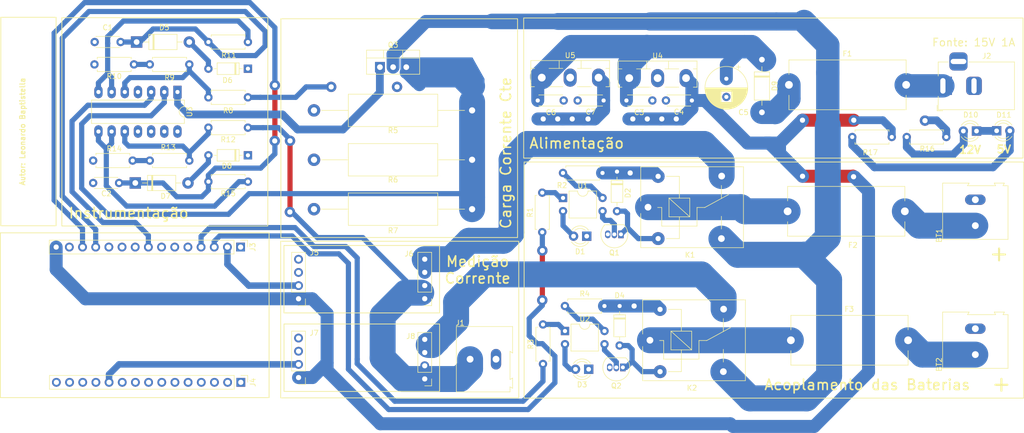
<source format=kicad_pcb>
(kicad_pcb (version 20211014) (generator pcbnew)
  (layers (0 "F.Cu" signal) (31 "B.Cu" signal) (34 "B.Paste" user) (35 "F.Paste" user) (36 "B.SilkS" user "B.Silkscreen") (37 "F.SilkS" user "F.Silkscreen") (38 "B.Mask" user) (39 "F.Mask" user) (44 "Edge.Cuts" user))
  (net 0 "")
  (net 1 "GND")
  (net 2 "Net-(D1-Pad2)")
  (net 3 "+12V")
  (net 4 "Net-(D2-Pad2)")
  (net 5 "+bat1")
  (net 6 "LOAD")
  (net 7 "Net-(Q1-Pad2)")
  (net 8 "Net-(R1-Pad2)")
  (net 9 "Net-(R2-Pad1)")
  (net 10 "Net-(D3-Pad2)")
  (net 11 "Net-(D4-Pad2)")
  (net 12 "+bat2")
  (net 13 "Net-(Q3-Pad1)")
  (net 14 "Net-(Q2-Pad2)")
  (net 15 "Net-(R3-Pad2)")
  (net 16 "Net-(R4-Pad1)")
  (net 17 "Net-(D10-Pad2)")
  (net 18 "Net-(D11-Pad2)")
  (net 19 "Net-(D5-Pad2)")
  (net 20 "Net-(D7-Pad2)")
  (net 21 "V_IN1")
  (net 22 "Net-(F1-Pad2)")
  (net 23 "Net-(R10-Pad1)")
  (net 24 "+UPS")
  (net 25 "Net-(R8-Pad2)")
  (net 26 "Net-(R11-Pad1)")
  (net 27 "Net-(R13-Pad2)")
  (net 28 "Net-(R12-Pad2)")
  (net 29 "Net-(BT1-Pad1)")
  (net 30 "Net-(BT2-Pad1)")
  (net 31 "Net-(C3-Pad1)")
  (net 32 "+5V")
  (net 33 "Net-(D9-Pad2)")
  (net 34 "Net-(R15-Pad1)")
  (net 35 "AMP1")
  (net 36 "AMP2")
  (net 37 "EN")
  (net 38 "VP")
  (net 39 "VN")
  (net 40 "D34")
  (net 41 "D35")
  (net 42 "D32")
  (net 43 "D33")
  (net 44 "D25")
  (net 45 "D26")
  (net 46 "D27")
  (net 47 "D14")
  (net 48 "D12")
  (net 49 "D13")
  (net 50 "D23")
  (net 51 "D22")
  (net 52 "TX0")
  (net 53 "RX0")
  (net 54 "D21")
  (net 55 "D19")
  (net 56 "D18")
  (net 57 "D5")
  (net 58 "TX2")
  (net 59 "RX2")
  (net 60 "D4")
  (net 61 "D2")
  (net 62 "D15")
  (net 63 "+3V3")
  (footprint "Resistor_THT:R_Axial_DIN0207_L6.3mm_D2.5mm_P7.62mm_Horizontal" (layer "F.Cu") (at 91.01 92.186 180)
    (fp_text reference "R13")
    (fp_text value "6.2k" hide)
  )
  (footprint "Resistor_THT:R_Axial_DIN0617_L17.0mm_D6.0mm_P30.48mm_Horizontal" (layer "F.Cu") (at 145.532 101.557 180)
    (fp_text reference "R7")
    (fp_text value "1.5R" hide)
  )
  (footprint "Fuse:Fuseholder_Cylinder-5x20mm_Stelvio-Kontek_PTF78_Horizontal_Open" (layer "F.Cu") (at 206.368 101.967)
    (fp_text reference "F2")
    (fp_text value "Fuse" hide)
  )
  (footprint "Connector_PinHeader_2.54mm:PinHeader_1x04_P2.54mm_Vertical" (layer "F.Cu") (at 112.07 134.022 180)
    (fp_text reference "J7")
    (fp_text value "Conn_01x04" hide)
  )
  (footprint "Package_DIP:DIP-4_W7.62mm" (layer "F.Cu") (at 163.068 99.393)
    (fp_text reference "U1")
    (fp_text value "PC817" hide)
  )
  (footprint "Resistor_THT:R_Axial_DIN0207_L6.3mm_D2.5mm_P7.62mm_Horizontal" (layer "F.Cu") (at 102.313 96.25 180)
    (fp_text reference "R15")
    (fp_text value "1k" hide)
  )
  (footprint "Connector_PinHeader_2.54mm:PinHeader_1x04_P2.54mm_Vertical" (layer "F.Cu") (at 112.07 118.832 180)
    (fp_text reference "J5")
    (fp_text value "Conn_01x04" hide)
  )
  (footprint "Diode_THT:D_DO-41_SOD81_P10.16mm_Horizontal" (layer "F.Cu") (at 80.85 69.326)
    (fp_text reference "D5")
    (fp_text value "1N4728A" hide)
  )
  (footprint "Connector_BarrelJack:BarrelJack_Horizontal" (layer "F.Cu") (at 236.306 77.7785 180)
    (fp_text reference "J2")
    (fp_text value "Jack-DC" hide)
  )
  (footprint "Resistor_THT:R_Axial_DIN0207_L6.3mm_D2.5mm_P7.62mm_Horizontal" (layer "F.Cu") (at 102.313 79.994 180)
    (fp_text reference "R8")
    (fp_text value "33k" hide)
  )
  (footprint "Diode_THT:D_DO-35_SOD27_P7.62mm_Horizontal" (layer "F.Cu") (at 102.313 91.17 180)
    (fp_text reference "D8")
    (fp_text value "1N4148" hide)
  )
  (footprint "LED_THT:LED_D3.0mm" (layer "F.Cu") (at 167.635 106.764 180)
    (fp_text reference "D1")
    (fp_text value "LED" hide)
  )
  (footprint "Package_TO_SOT_THT:TO-92_Inline" (layer "F.Cu") (at 174.609 132.058 180)
    (fp_text reference "Q2")
    (fp_text value "BC337" hide)
  )
  (footprint "LED_THT:LED_D3.0mm" (layer "F.Cu") (at 246.67 86.442)
    (fp_text reference "D11")
    (fp_text value "LED" hide)
  )
  (footprint "Resistor_THT:R_Axial_DIN0617_L17.0mm_D6.0mm_P30.48mm_Horizontal" (layer "F.Cu") (at 145.532 82.507 180)
    (fp_text reference "R5")
    (fp_text value "1.5R" hide)
  )
  (footprint "Diode_THT:D_DO-41_SOD81_P10.16mm_Horizontal" (layer "F.Cu") (at 80.596 96.504)
    (fp_text reference "D7")
    (fp_text value "1N4728A" hide)
  )
  (footprint "Connector_PinHeader_2.54mm:PinHeader_1x04_P2.54mm_Vertical" (layer "F.Cu") (at 136.4 134.282 180)
    (fp_text reference "J8")
    (fp_text value "Conn_01x04" hide)
  )
  (footprint "Resistor_THT:R_Axial_DIN0207_L6.3mm_D2.5mm_P7.62mm_Horizontal" (layer "F.Cu") (at 159.2 131.402 90)
    (fp_text reference "R3")
    (fp_text value "1K" hide)
  )
  (footprint "Package_DIP:DIP-14_W7.62mm_LongPads" (layer "F.Cu") (at 88.729 78.963 -90)
    (fp_text reference "U3")
    (fp_text value "LM324" hide)
  )
  (footprint "Resistor_THT:R_Axial_DIN0207_L6.3mm_D2.5mm_P7.62mm_Horizontal" (layer "F.Cu") (at 102.313 85.836 180)
    (fp_text reference "R12")
    (fp_text value "33k" hide)
  )
  (footprint "Diode_THT:D_DO-35_SOD27_P7.62mm_Horizontal" (layer "F.Cu") (at 102.313 74.4695 180)
    (fp_text reference "D6")
    (fp_text value "1N4148" hide)
  )
  (footprint "Resistor_THT:R_Axial_DIN0207_L6.3mm_D2.5mm_P7.62mm_Horizontal" (layer "F.Cu") (at 163.058 94.572)
    (fp_text reference "R2")
    (fp_text value "1K" hide)
  )
  (footprint "Resistor_THT:R_Axial_DIN0207_L6.3mm_D2.5mm_P7.62mm_Horizontal" (layer "F.Cu") (at 218.83 87.642)
    (fp_text reference "R17")
    (fp_text value "330" hide)
  )
  (footprint "Resistor_THT:R_Axial_DIN0207_L6.3mm_D2.5mm_P7.62mm_Horizontal" (layer "F.Cu") (at 229.34 87.642)
    (fp_text reference "R16")
    (fp_text value "700" hide)
  )
  (footprint "Package_TO_SOT_THT:TO-92_Inline" (layer "F.Cu") (at 174.234 106.404 180)
    (fp_text reference "Q1")
    (fp_text value "BC337" hide)
  )
  (footprint "TerminalBlock:TerminalBlock_Altech_AK300-2_P5.00mm" (layer "F.Cu") (at 242.56 104.732 90)
    (fp_text reference "BT1")
    (fp_text value "Battery_Cell")
  )
  (footprint "Package_TO_SOT_THT:TO-220-3_Vertical" (layer "F.Cu") (at 127.762 74.168)
    (fp_text reference "Q3")
    (fp_text value "IRF540N" hide)
  )
  (footprint "Resistor_THT:R_Axial_DIN0207_L6.3mm_D2.5mm_P7.62mm_Horizontal" (layer "F.Cu") (at 163.433 120.226)
    (fp_text reference "R4")
    (fp_text value "1K" hide)
  )
  (footprint "Fuse:Fuseholder_Cylinder-5x20mm_Stelvio-Kontek_PTF78_Horizontal_Open" (layer "F.Cu") (at 206.622 77.583)
    (fp_text reference "F1")
    (fp_text value "Fuse" hide)
  )
  (footprint "Diode_THT:D_DO-35_SOD27_P7.62mm_Horizontal" (layer "F.Cu") (at 173.472 94.318 -90)
    (fp_text reference "D2")
    (fp_text value "1N4148" hide)
  )
  (footprint "Package_DIP:DIP-4_W7.62mm" (layer "F.Cu") (at 163.443 125.047)
    (fp_text reference "U2")
    (fp_text value "PC817" hide)
  )
  (footprint "Fuse:Fuseholder_Cylinder-5x20mm_Stelvio-Kontek_PTF78_Horizontal_Open" (layer "F.Cu") (at 206.997 126.83)
    (fp_text reference "F3")
    (fp_text value "Fuse" hide)
  )
  (footprint "Connector_PinHeader_2.54mm:PinHeader_1x15_P2.54mm_Vertical" (layer "F.Cu") (at 100.94 134.942 -90)
    (fp_text reference "J4")
    (fp_text value "Conn_01x15" hide)
  )
  (footprint "Capacitor_THT:C_Disc_D4.3mm_W1.9mm_P5.00mm" (layer "F.Cu") (at 77.468 96.504 180)
    (fp_text reference "C2")
    (fp_text value "10n" hide)
  )
  (footprint "Package_TO_SOT_THT:TO-218-3_Vertical" (layer "F.Cu") (at 158.966 76.193)
    (fp_text reference "U5")
    (fp_text value "L7812" hide)
  )
  (footprint "Resistor_THT:R_Axial_DIN0617_L17.0mm_D6.0mm_P30.48mm_Horizontal" (layer "F.Cu") (at 145.532 92.032 180)
    (fp_text reference "R6")
    (fp_text value "1.5R" hide)
  )
  (footprint "Relay_THT:Relay_SPDT_SANYOU_SRD_Series_Form_C" (layer "F.Cu") (at 179.45 101.176)
    (fp_text reference "K1")
    (fp_text value "AY1RC2" hide)
  )
  (footprint "Connector_PinHeader_2.54mm:PinHeader_1x04_P2.54mm_Vertical" (layer "F.Cu") (at 136.4 118.822 180)
    (fp_text reference "J6")
    (fp_text value "Conn_01x04" hide)
  )
  (footprint "Resistor_THT:R_Axial_DIN0207_L6.3mm_D2.5mm_P7.62mm_Horizontal" (layer "F.Cu") (at 80.342 73.644 180)
    (fp_text reference "R10")
    (fp_text value "330" hide)
  )
  (footprint "Relay_THT:Relay_SPDT_SANYOU_SRD_Series_Form_C" (layer "F.Cu") (at 179.825 126.83)
    (fp_text reference "K2")
    (fp_text value "AY1RC2" hide)
  )
  (footprint "Diode_THT:D_DO-35_SOD27_P7.62mm_Horizontal" (layer "F.Cu") (at 173.98 120.226 -90)
    (fp_text reference "D4")
    (fp_text value "1N4148" hide)
  )
  (footprint "TerminalBlock:TerminalBlock_Altech_AK300-2_P5.00mm" (layer "F.Cu") (at 145.145 130.482)
    (fp_text reference "J1")
    (fp_text value "Screw_Terminal_01x02" hide)
  )
  (footprint "Resistor_THT:R_Axial_DIN0207_L6.3mm_D2.5mm_P7.62mm_Horizontal" (layer "F.Cu") (at 91.01 73.644 180)
    (fp_text reference "R9")
    (fp_text value "6.2k" hide)
  )
  (footprint "Capacitor_THT:C_Disc_D4.3mm_W1.9mm_P5.00mm" (layer "F.Cu") (at 158.192 80.602)
    (fp_text reference "C6")
    (fp_text value "22uf" hide)
  )
  (footprint "Package_TO_SOT_THT:TO-218-3_Vertical" (layer "F.Cu") (at 175.831 76.284)
    (fp_text reference "U4")
    (fp_text value "L7805" hide)
  )
  (footprint "LED_THT:LED_D3.0mm" (layer "F.Cu") (at 168.01 132.418 180)
    (fp_text reference "D3")
    (fp_text value "LED" hide)
  )
  (footprint "LED_THT:LED_D3.0mm" (layer "F.Cu") (at 242.79 86.492 180)
    (fp_text reference "D10")
    (fp_text value "LED" hide)
  )
  (footprint "Capacitor_THT:C_Disc_D4.3mm_W1.9mm_P5.00mm" (layer "F.Cu") (at 187.91 80.602 180)
    (fp_text reference "C4")
    (fp_text value "0.1uf" hide)
  )
  (footprint "Capacitor_THT:CP_Radial_D8.0mm_P3.50mm" (layer "F.Cu") (at 194.554 76.409349 -90)
    (fp_text reference "C5")
    (fp_text value "220uf" hide)
  )
  (footprint "Capacitor_THT:C_Disc_D4.3mm_W1.9mm_P5.00mm" (layer "F.Cu") (at 175.29 80.602)
    (fp_text reference "C3")
    (fp_text value "22uf" hide)
  )
  (footprint "Resistor_THT:R_Axial_DIN0207_L6.3mm_D2.5mm_P7.62mm_Horizontal" (layer "F.Cu") (at 102.313 69.326 180)
    (fp_text reference "R11")
    (fp_text value "1k" hide)
  )
  (footprint "TerminalBlock:TerminalBlock_Altech_AK300-2_P5.00mm" (layer "F.Cu") (at 242.56 129.595 90)
    (fp_text reference "BT2")
    (fp_text value "Battery_Cell")
  )
  (footprint "Capacitor_THT:C_Disc_D4.3mm_W1.9mm_P5.00mm" (layer "F.Cu") (at 77.762 69.326 180)
    (fp_text reference "C1")
    (fp_text value "10n" hide)
  )
  (footprint "Diode_THT:D_DO-41_SOD81_P10.16mm_Horizontal" (layer "F.Cu") (at 201.412 72.728 -90)
    (fp_text reference "D9")
    (fp_text value "1N4007" hide)
  )
  (footprint "Resistor_THT:R_Axial_DIN0207_L6.3mm_D2.5mm_P7.62mm_Horizontal" (layer "F.Cu") (at 159.06 105.992 90)
    (fp_text reference "R1")
    (fp_text value "1K" hide)
  )
  (footprint "Resistor_THT:R_Axial_DIN0207_L6.3mm_D2.5mm_P7.62mm_Horizontal" (layer "F.Cu") (at 80.088 92.186 180)
    (fp_text reference "R14")
    (fp_text value "330" hide)
  )
  (footprint "Connector_PinHeader_2.54mm:PinHeader_1x15_P2.54mm_Vertical" (layer "F.Cu") (at 100.9 108.862 -90)
    (fp_text reference "J3")
    (fp_text value "Conn_01x15" hide)
  )
  (footprint "Capacitor_THT:C_Disc_D4.3mm_W1.9mm_P5.00mm" (layer "F.Cu") (at 170.892 80.602 180)
    (fp_text reference "C7")
    (fp_text value "0.1uf" hide)
  )
  (gr_poly (pts (xy 147.828 76.454) (xy 147.828 77.978) (xy 134.112 77.978) (xy 131.826 75.692) (xy 131.826 72.39) (xy 145.542 72.39)) (layer "B.Cu") (width 0.2) (fill solid))
  (gr_rect (start 139.27 136.692) (end 109.27 123.692) (layer "F.SilkS") (width 0.15) (fill none))
  (gr_rect (start 54.67 104.75) (end 65.33 64.56) (layer "F.SilkS") (width 0.15) (fill none))
  (gr_rect (start 139.26 121.552) (end 109.26 108.552) (layer "F.SilkS") (width 0.15) (fill none))
  (gr_rect (start 108.662 64.842) (end 154.302 107.022) (layer "F.SilkS") (width 0.15) (fill none))
  (gr_rect (start 155.48 64.692) (end 251.75 91.712) (layer "F.SilkS") (width 0.15) (fill none))
  (gr_rect (start 106.143 64.634) (end 66.433 104.794) (layer "F.SilkS") (width 0.15) (fill none))
  (gr_rect (start 155.57 92.462) (end 251.89 137.992) (layer "F.SilkS") (width 0.15) (fill none))
  (gr_rect (start 106.395 106.112) (end 54.585 137.892) (layer "F.SilkS") (width 0.15) (fill none))
  (gr_rect (start 108.63 107.742) (end 154.53 137.932) (layer "F.SilkS") (width 0.15) (fill none))
  (gr_text "+" (at 247.59 135.192) (layer "F.SilkS") (effects (font (size 3 3) (thickness 0.4))))
  (gr_text "12V" (at 241.55 90.102) (layer "F.SilkS") (effects (font (size 1.5 1.5) (thickness 0.3))))
  (gr_text "Instrumentação\n" (at 79.32 102.312) (layer "F.SilkS") (effects (font (size 2 2) (thickness 0.3))))
  (gr_text "Alimentação" (at 165.7 88.852) (layer "F.SilkS") (effects (font (size 2 2) (thickness 0.3))))
  (gr_text "5V" (at 248.06 90.012) (layer "F.SilkS") (effects (font (size 1.5 1.5) (thickness 0.3))))
  (gr_text "Carga Corrente Cte\n" (at 152.04 90.712 90) (layer "F.SilkS") (effects (font (size 2 2) (thickness 0.3))))
  (gr_text "Acoplamento das Baterias\n\n" (at 221.72 137.022) (layer "F.SilkS") (effects (font (size 2 2) (thickness 0.3))))
  (gr_text "Fonte: 15V 1A" (at 242.25 69.402) (layer "F.SilkS") (effects (font (size 1.5 1.5))))
  (gr_text "Medição\nCorrente\n" (at 146.59 113.272) (layer "F.SilkS") (effects (font (size 2 2) (thickness 0.3))))
  (gr_text "+" (at 247.14 110.062) (layer "F.SilkS") (effects (font (size 3 3) (thickness 0.4))))
  (gr_text "Autor: Leonardo Baptistella" (at 58.85 86.6 90) (layer "F.SilkS") (effects (font (size 1 1) (thickness 0.2))))
  (via (at 131.064 77.978) (size 2) (drill 1) (layers "F.Cu" "B.Cu") (net 0))
  (segment (start 242.82 86.462) (end 242.79 86.492) (width 1.5) (layer "B.Cu") (net 1))
  (segment (start 246.67 86.442) (end 246.65 86.462) (width 1.5) (layer "B.Cu") (net 1))
  (segment (start 246.65 86.462) (end 242.82 86.462) (width 1.5) (layer "B.Cu") (net 1))
  (segment (start 163.068 101.933) (end 163.068 104.737) (width 1) (layer "B.Cu") (net 2))
  (segment (start 163.068 104.737) (end 165.095 106.764) (width 1) (layer "B.Cu") (net 2))
  (via (at 167.884 84.158) (size 2) (drill 1) (layers "F.Cu" "B.Cu") (net 3))
  (via (at 176.774 120.226) (size 2) (drill 1) (layers "F.Cu" "B.Cu") (net 3))
  (via (at 159.248 84.158) (size 2) (drill 1) (layers "F.Cu" "B.Cu") (net 3))
  (via (at 176.012 94.572) (size 2) (drill 1) (layers "F.Cu" "B.Cu") (net 3))
  (via (at 232.85 84.482) (size 2) (drill 1) (layers "F.Cu" "B.Cu") (net 3))
  (via (at 164.836 84.158) (size 2) (drill 1) (layers "F.Cu" "B.Cu") (net 3))
  (via (at 162.042 84.158) (size 2) (drill 1) (layers "F.Cu" "B.Cu") (net 3))
  (segment (start 171.053 120.226) (end 181.121 120.226) (width 2.5) (layer "B.Cu") (net 3))
  (segment (start 235.09 84.422) (end 236.96 86.292) (width 1.5) (layer "B.Cu") (net 3))
  (segment (start 170.892 82.42) (end 169.154 84.158) (width 2.5) (layer "B.Cu") (net 3))
  (segment (start 232.85 84.482) (end 232.91 84.422) (width 1.5) (layer "B.Cu") (net 3))
  (segment (start 163.058 84.158) (end 159.502 84.158) (width 2.5) (layer "B.Cu") (net 3))
  (segment (start 180.746 94.572) (end 181.4 95.226) (width 2.5) (layer "B.Cu") (net 3))
  (segment (start 176.774 94.572) (end 180.746 94.572) (width 1) (layer "B.Cu") (net 3))
  (segment (start 177.79 120.226) (end 181.121 120.226) (width 1) (layer "B.Cu") (net 3))
  (segment (start 170.678 94.572) (end 174.488 94.572) (width 1.25) (layer "B.Cu") (net 3))
  (segment (start 170.892 80.602) (end 170.892 77.169) (width 2.5) (layer "B.Cu") (net 3))
  (segment (start 169.154 84.158) (end 167.122 84.158) (width 2.5) (layer "B.Cu") (net 3))
  (segment (start 170.892 77.169) (end 169.916 76.193) (width 2.5) (layer "B.Cu") (net 3))
  (segment (start 232.91 84.422) (end 235.09 84.422) (width 1.5) (layer "B.Cu") (net 3))
  (segment (start 236.96 86.292) (end 236.96 87.642) (width 1.5) (layer "B.Cu") (net 3))
  (segment (start 170.892 80.602) (end 170.892 82.42) (width 2.5) (layer "B.Cu") (net 3))
  (segment (start 159.502 84.158) (end 158.232 84.158) (width 2.5) (layer "B.Cu") (net 3))
  (segment (start 170.678 94.572) (end 180.746 94.572) (width 2.5) (layer "B.Cu") (net 3))
  (segment (start 171.053 120.226) (end 175.625 120.226) (width 1) (layer "B.Cu") (net 3))
  (segment (start 181.121 120.226) (end 181.775 120.88) (width 2.5) (layer "B.Cu") (net 3))
  (segment (start 175.625 120.226) (end 177.79 120.226) (width 1) (layer "B.Cu") (net 3))
  (segment (start 174.488 94.572) (end 176.774 94.572) (width 1) (layer "B.Cu") (net 3))
  (segment (start 167.122 84.158) (end 163.058 84.158) (width 2.5) (layer "B.Cu") (net 3))
  (segment (start 175.504 105.134) (end 174.234 106.404) (width 1) (layer "B.Cu") (net 4))
  (segment (start 173.472 101.938) (end 174.996 101.938) (width 1) (layer "B.Cu") (net 4))
  (segment (start 177.596 107.226) (end 181.4 107.226) (width 1) (layer "B.Cu") (net 4))
  (segment (start 175.504 105.134) (end 177.596 107.226) (width 1) (layer "B.Cu") (net 4))
  (segment (start 174.996 101.938) (end 175.504 102.446) (width 1) (layer "B.Cu") (net 4))
  (segment (start 175.504 102.446) (end 175.504 105.134) (width 1) (layer "B.Cu") (net 4))
  (segment (start 179.45 101.176) (end 197.348 101.176) (width 5) (layer "B.Cu") (net 5))
  (segment (start 197.348 101.176) (end 198.139 101.967) (width 5) (layer "B.Cu") (net 5))
  (segment (start 206.368 101.967) (end 198.139 101.967) (width 5) (layer "B.Cu") (net 5))
  (segment (start 183.632 65.362) (end 204.206 65.362) (width 3) (layer "B.Cu") (net 6))
  (segment (start 214.112 75.268) (end 214.112 69.934) (width 4.5) (layer "B.Cu") (net 6))
  (segment (start 209.54 110.349) (end 210.781 110.349) (width 5) (layer "B.Cu") (net 6))
  (segment (start 211.572 67.394) (end 209.54 65.362) (width 4.5) (layer "B.Cu") (net 6))
  (segment (start 204.206 65.362) (end 209.54 65.362) (width 3.5) (layer "B.Cu") (net 6))
  (segment (start 130.302 74.168) (end 130.302 71.732) (width 2.5) (layer "B.Cu") (net 6))
  (segment (start 162.042 65.362) (end 179.822 65.362) (width 3.25) (layer "B.Cu") (net 6))
  (segment (start 210.781 110.349) (end 214.112 107.018) (width 5) (layer "B.Cu") (net 6))
  (segment (start 179.822 65.362) (end 204.206 65.362) (width 3.5) (layer "B.Cu") (net 6))
  (segment (start 214.366 115.175) (end 209.54 110.349) (width 5) (layer "B.Cu") (net 6))
  (segment (start 136.642 65.362) (end 149.342 65.362) (width 2.5) (layer "B.Cu") (net 6))
  (segment (start 193.975 132.88) (end 199.13 138.035) (width 5) (layer "B.Cu") (net 6))
  (segment (start 214.112 75.268) (end 214.112 85.428) (width 4.5) (layer "B.Cu") (net 6))
  (segment (start 179.822 65.362) (end 183.632 65.362) (width 3.25) (layer "B.Cu") (net 6))
  (segment (start 210.019 138.035) (end 214.366 133.688) (width 5) (layer "B.Cu") (net 6))
  (segment (start 130.287 71.717) (end 136.642 65.362) (width 2.5) (layer "B.Cu") (net 6))
  (segment (start 196.723 110.349) (end 193.6 107.226) (width 5) (layer "B.Cu") (net 6))
  (segment (start 214.112 107.018) (end 214.112 85.428) (width 5) (layer "B.Cu") (net 6))
  (segment (start 130.287 71.717) (end 132.578 69.426) (width 2) (layer "B.Cu") (net 6))
  (segment (start 199.13 138.035) (end 210.019 138.035) (width 5) (layer "B.Cu") (net 6))
  (segment (start 214.112 69.934) (end 211.572 67.394) (width 4.5) (layer "B.Cu") (net 6))
  (segment (start 214.366 133.688) (end 214.366 115.175) (width 5) (layer "B.Cu") (net 6))
  (segment (start 149.342 65.362) (end 162.042 65.362) (width 3) (layer "B.Cu") (net 6))
  (segment (start 130.302 71.732) (end 130.287 71.717) (width 2.5) (layer "B.Cu") (net 6))
  (segment (start 209.54 110.349) (end 196.723 110.349) (width 5) (layer "B.Cu") (net 6))
  (segment (start 172.964 104.478) (end 172.202 103.716) (width 1) (layer "B.Cu") (net 7))
  (segment (start 172.964 106.404) (end 172.964 104.478) (width 1) (layer "B.Cu") (net 7))
  (segment (start 172.202 103.716) (end 171.186 103.716) (width 1) (layer "B.Cu") (net 7))
  (segment (start 171.186 103.716) (end 170.688 103.218) (width 1) (layer "B.Cu") (net 7))
  (segment (start 170.688 103.218) (end 170.688 101.933) (width 1) (layer "B.Cu") (net 7))
  (segment (start 161.53 98.372) (end 159.06 98.372) (width 1) (layer "B.Cu") (net 8))
  (segment (start 163.068 99.393) (end 162.551 99.393) (width 1) (layer "B.Cu") (net 8))
  (segment (start 162.551 99.393) (end 161.53 98.372) (width 1) (layer "B.Cu") (net 8))
  (segment (start 163.058 94.572) (end 165.598 97.112) (width 1) (layer "B.Cu") (net 9))
  (segment (start 168.407 97.112) (end 170.688 99.393) (width 1) (layer "B.Cu") (net 9))
  (segment (start 165.598 97.112) (end 168.407 97.112) (width 1) (layer "B.Cu") (net 9))
  (segment (start 163.443 127.587) (end 163.443 131.412) (width 1) (layer "B.Cu") (net 10))
  (segment (start 164.449 132.418) (end 165.47 132.418) (width 1) (layer "B.Cu") (net 10))
  (segment (start 163.443 131.412) (end 164.449 132.418) (width 1) (layer "B.Cu") (net 10))
  (segment (start 176.387 130.894) (end 175.223 132.058) (width 1) (layer "B.Cu") (net 11))
  (segment (start 175.625 127.846) (end 176.387 128.608) (width 1) (layer "B.Cu") (net 11))
  (segment (start 175.223 132.058) (end 174.609 132.058) (width 1) (layer "B.Cu") (net 11))
  (segment (start 176.387 130.894) (end 178.373 132.88) (width 1) (layer "B.Cu") (net 11))
  (segment (start 176.387 128.608) (end 176.387 130.894) (width 1) (layer "B.Cu") (net 11))
  (segment (start 178.373 132.88) (end 181.775 132.88) (width 1) (layer "B.Cu") (net 11))
  (segment (start 173.98 127.846) (end 175.625 127.846) (width 1) (layer "B.Cu") (net 11))
  (segment (start 206.997 126.83) (end 179.825 126.83) (width 5) (layer "B.Cu") (net 12))
  (segment (start 120.64 86.19) (end 111.874 86.19) (width 1.5) (layer "B.Cu") (net 13))
  (segment (start 111.874 86.19) (end 108.98 83.296) (width 1.5) (layer "B.Cu") (net 13))
  (segment (start 127.747 79.083) (end 120.64 86.19) (width 1.5) (layer "B.Cu") (net 13))
  (segment (start 90.756 83.296) (end 108.98 83.296) (width 1.5) (layer "B.Cu") (net 13))
  (segment (start 88.729 78.963) (end 88.729 81.269) (width 1.25) (layer "B.Cu") (net 13))
  (segment (start 127.747 75.197) (end 127.747 79.083) (width 1.5) (layer "B.Cu") (net 13))
  (segment (start 88.729 81.269) (end 90.756 83.296) (width 1.25) (layer "B.Cu") (net 13))
  (segment (start 173.339 131.015) (end 173.339 132.058) (width 1) (layer "B.Cu") (net 14))
  (segment (start 171.063 127.587) (end 171.063 128.739) (width 1) (layer "B.Cu") (net 14))
  (segment (start 171.063 128.739) (end 173.339 131.015) (width 1) (layer "B.Cu") (net 14))
  (segment (start 162.178 123.782) (end 163.443 125.047) (width 1) (layer "B.Cu") (net 15))
  (segment (start 159.2 123.782) (end 162.178 123.782) (width 1) (layer "B.Cu") (net 15))
  (segment (start 168.782 122.766) (end 171.063 125.047) (width 1) (layer "B.Cu") (net 16))
  (segment (start 165.973 122.766) (end 168.782 122.766) (width 1) (layer "B.Cu") (net 16))
  (segment (start 163.433 120.226) (end 165.973 122.766) (width 1) (layer "B.Cu") (net 16))
  (segment (start 229.34 87.642) (end 229.34 89.612) (width 1.5) (layer "B.Cu") (net 17))
  (segment (start 229.34 89.612) (end 230.73 91.002) (width 1.5) (layer "B.Cu") (net 17))
  (segment (start 238.28 91.002) (end 240.32 88.962) (width 1.5) (layer "B.Cu") (net 17))
  (segment (start 230.73 91.002) (end 238.28 91.002) (width 1.5) (layer "B.Cu") (net 17))
  (segment (start 240.32 88.962) (end 240.32 86.482) (width 1.5) (layer "B.Cu") (net 17))
  (segment (start 249.21 90.252) (end 249.21 86.442) (width 1.5) (layer "B.Cu") (net 18))
  (segment (start 223.11 93.492) (end 245.97 93.492) (width 1.5) (layer "B.Cu") (net 18))
  (segment (start 245.97 93.492) (end 249.21 90.252) (width 1.5) (layer "B.Cu") (net 18))
  (segment (start 218.83 89.212) (end 223.11 93.492) (width 1.5) (layer "B.Cu") (net 18))
  (segment (start 218.83 87.642) (end 218.83 89.212) (width 1.5) (layer "B.Cu") (net 18))
  (segment (start 94.693 73.009) (end 91.01 69.326) (width 1) (layer "B.Cu") (net 19))
  (segment (start 94.693 74.4695) (end 94.693 73.009) (width 1) (layer "B.Cu") (net 19))
  (segment (start 94.693 92.567) (end 90.756 96.504) (width 1) (layer "B.Cu") (net 20))
  (segment (start 94.693 91.17) (end 94.693 92.567) (width 1) (layer "B.Cu") (net 20))
  (via (at 118.364 77.978) (size 2) (drill 1) (layers "F.Cu" "B.Cu") (net 21))
  (segment (start 111.522 79.994) (end 113.284 78.232) (width 1) (layer "B.Cu") (net 21))
  (segment (start 145.532 82.507) (end 145.786 82.253) (width 2) (layer "B.Cu") (net 21))
  (segment (start 144.83 98.562) (end 145.532 99.264) (width 1) (layer "B.Cu") (net 21))
  (segment (start 145.532 99.264) (end 145.532 80.856) (width 5) (layer "B.Cu") (net 21))
  (segment (start 145.532 82.507) (end 145.532 86.444) (width 3) (layer "B.Cu") (net 21))
  (segment (start 104.726 79.994) (end 111.522 79.994) (width 1) (layer "B.Cu") (net 21))
  (segment (start 70.259 97.529) (end 75.27 102.54) (width 1) (layer "B.Cu") (net 21))
  (segment (start 145.532 101.557) (end 145.532 99.264) (width 5) (layer "B.Cu") (net 21))
  (segment (start 70.259 85.133) (end 70.259 97.529) (width 1) (layer "B.Cu") (net 21))
  (segment (start 133.015 75.197) (end 135.372 77.554) (width 2.5) (layer "B.Cu") (net 21))
  (segment (start 102.54 98.562) (end 144.83 98.562) (width 1) (layer "B.Cu") (net 21))
  (segment (start 98.562 102.54) (end 102.54 98.562) (width 1) (layer "B.Cu") (net 21))
  (segment (start 145.532 90.762) (end 145.532 80.856) (width 1.5) (layer "B.Cu") (net 21))
  (segment (start 145.532 90.762) (end 145.532 101.557) (width 3) (layer "B.Cu") (net 21))
  (segment (start 113.284 78.232) (end 113.538 77.978) (width 1) (layer "B.Cu") (net 21))
  (segment (start 144.262 76.538) (end 145.532 77.808) (width 5) (layer "B.Cu") (net 21))
  (segment (start 75.27 102.54) (end 98.562 102.54) (width 1) (layer "B.Cu") (net 21))
  (segment (start 86.189 81.005) (end 83.644 83.55) (width 1) (layer "B.Cu") (net 21))
  (segment (start 83.644 83.55) (end 71.842 83.55) (width 1) (layer "B.Cu") (net 21))
  (segment (start 144.488 98.22) (end 145.532 99.264) (width 1) (layer "B.Cu") (net 21))
  (segment (start 113.538 77.978) (end 118.364 77.978) (width 1) (layer "B.Cu") (net 21))
  (segment (start 145.532 86.444) (end 145.532 90.762) (width 3) (layer "B.Cu") (net 21))
  (segment (start 132.827 75.197) (end 133.015 75.197) (width 2.5) (layer "B.Cu") (net 21))
  (segment (start 102.313 79.994) (end 104.726 79.994) (width 1) (layer "B.Cu") (net 21))
  (segment (start 86.189 78.963) (end 86.189 81.005) (width 1) (layer "B.Cu") (net 21))
  (segment (start 71.842 83.55) (end 70.259 85.133) (width 1) (layer "B.Cu") (net 21))
  (segment (start 229.4175 77.7785) (end 229.222 77.583) (width 4.5) (layer "B.Cu") (net 22))
  (segment (start 236.306 77.7785) (end 229.4175 77.7785) (width 4.5) (layer "B.Cu") (net 22))
  (segment (start 83.39 73.644) (end 80.342 73.644) (width 1) (layer "B.Cu") (net 23))
  (segment (start 110.43 88.37) (end 110.43 102.07) (width 1) (layer "F.Cu") (net 24))
  (segment (start 110.43 102.07) (end 110.4 102.1) (width 1) (layer "F.Cu") (net 24))
  (segment (start 110.46 88.57) (end 110.69 88.34) (width 1) (layer "F.Cu") (net 24))
  (via (at 110.43 88.37) (size 2) (drill 1) (layers "F.Cu" "B.Cu") (net 24))
  (via (at 110.4 102.1) (size 2) (drill 1) (layers "F.Cu" "B.Cu") (net 24))
  (segment (start 110.78 102.1) (end 115.71 107.03) (width 1) (layer "B.Cu") (net 24))
  (segment (start 132.74 117.652) (end 135.73 117.652) (width 5) (layer "B.Cu") (net 24))
  (segment (start 109.83 87.48) (end 110.69 88.34) (width 1) (layer "B.Cu") (net 24))
  (segment (start 143.16 134.302) (end 132.318 134.302) (width 5) (layer "B.Cu") (net 24))
  (segment (start 145.145 130.482) (end 145.145 132.317) (width 5) (layer "B.Cu") (net 24))
  (segment (start 110.4 102.1) (end 110.78 102.1) (width 1) (layer "B.Cu") (net 24))
  (segment (start 145.145 132.317) (end 143.16 134.302) (width 5) (layer "B.Cu") (net 24))
  (segment (start 105.234 85.836) (end 108.186 85.836) (width 1) (layer "B.Cu") (net 24))
  (segment (start 132.74 115.33) (end 124.44 107.03) (width 1) (layer "B.Cu") (net 24))
  (segment (start 108.186 85.836) (end 109.83 87.48) (width 1) (layer "B.Cu") (net 24))
  (segment (start 132.74 117.652) (end 132.74 115.33) (width 1) (layer "B.Cu") (net 24))
  (segment (start 128.288 130.272) (end 128.288 122.104) (width 5) (layer "B.Cu") (net 24))
  (segment (start 124.44 107.03) (end 115.71 107.03) (width 1) (layer "B.Cu") (net 24))
  (segment (start 132.318 134.302) (end 128.288 130.272) (width 5) (layer "B.Cu") (net 24))
  (segment (start 128.288 122.104) (end 132.74 117.652) (width 5) (layer "B.Cu") (net 24))
  (segment (start 102.313 85.836) (end 105.234 85.836) (width 1) (layer "B.Cu") (net 24))
  (segment (start 79.58 76.184) (end 78.569 77.195) (width 1) (layer "B.Cu") (net 25))
  (segment (start 78.569 77.195) (end 78.569 78.963) (width 1) (layer "B.Cu") (net 25))
  (segment (start 91.01 74.914) (end 89.74 76.184) (width 1) (layer "B.Cu") (net 25))
  (segment (start 94.693 78.597) (end 91.01 74.914) (width 1) (layer "B.Cu") (net 25))
  (segment (start 91.01 73.644) (end 91.01 74.914) (width 1) (layer "B.Cu") (net 25))
  (segment (start 89.74 76.184) (end 79.58 76.184) (width 1) (layer "B.Cu") (net 25))
  (segment (start 94.693 79.994) (end 94.693 78.597) (width 1) (layer "B.Cu") (net 25))
  (segment (start 75.267 75.417) (end 75.267 74.909) (width 1) (layer "B.Cu") (net 26))
  (segment (start 76.029 76.189) (end 76.029 78.963) (width 1) (layer "B.Cu") (net 26))
  (segment (start 75.267 74.909) (end 75.267 75.427) (width 1) (layer "B.Cu") (net 26))
  (segment (start 75.262 68.31) (end 78.291 65.281) (width 1) (layer "B.Cu") (net 26))
  (segment (start 78.291 65.281) (end 100.451 65.281) (width 1) (layer "B.Cu") (net 26))
  (segment (start 100.451 65.281) (end 102.313 67.143) (width 1) (layer "B.Cu") (net 26))
  (segment (start 73.489 77.195) (end 75.267 75.417) (width 1) (layer "B.Cu") (net 26))
  (segment (start 75.262 69.58) (end 75.262 68.31) (width 1) (layer "B.Cu") (net 26))
  (segment (start 102.313 67.143) (end 102.313 69.326) (width 1) (layer "B.Cu") (net 26))
  (segment (start 75.267 74.909) (end 75.267 69.585) (width 1) (layer "B.Cu") (net 26))
  (segment (start 75.267 69.585) (end 75.262 69.58) (width 1) (layer "B.Cu") (net 26))
  (segment (start 73.489 78.963) (end 73.489 77.195) (width 1) (layer "B.Cu") (net 26))
  (segment (start 75.267 75.427) (end 76.029 76.189) (width 1) (layer "B.Cu") (net 26))
  (segment (start 80.088 92.186) (end 83.39 92.186) (width 1) (layer "B.Cu") (net 27))
  (segment (start 79.326 89.392) (end 89.74 89.392) (width 1) (layer "B.Cu") (net 28))
  (segment (start 91.01 90.662) (end 91.01 92.186) (width 1) (layer "B.Cu") (net 28))
  (segment (start 78.569 88.635) (end 79.326 89.392) (width 1) (layer "B.Cu") (net 28))
  (segment (start 78.569 86.583) (end 78.569 88.635) (width 1) (layer "B.Cu") (net 28))
  (segment (start 89.74 89.392) (end 91.01 90.662) (width 1) (layer "B.Cu") (net 28))
  (segment (start 94.693 85.836) (end 94.693 86.979) (width 1) (layer "B.Cu") (net 28))
  (segment (start 94.693 86.979) (end 91.01 90.662) (width 1) (layer "B.Cu") (net 28))
  (segment (start 231.733 104.732) (end 242.56 104.732) (width 5) (layer "B.Cu") (net 29))
  (segment (start 228.968 101.967) (end 231.733 104.732) (width 5) (layer "B.Cu") (net 29))
  (segment (start 232.362 129.595) (end 229.597 126.83) (width 5) (layer "B.Cu") (net 30))
  (segment (start 242.56 129.595) (end 232.362 129.595) (width 5) (layer "B.Cu") (net 30))
  (segment (start 158.192 76.967) (end 158.966 76.193) (width 2.5) (layer "B.Cu") (net 31))
  (segment (start 175.831 73.591) (end 175.831 76.284) (width 4.5) (layer "B.Cu") (net 31))
  (segment (start 194.554 73.744) (end 198.081 70.217) (width 2.5) (layer "B.Cu") (net 31))
  (segment (start 175.29 76.825) (end 175.831 76.284) (width 2.5) (layer "B.Cu") (net 31))
  (segment (start 164.685089 70.217) (end 198.081 70.217) (width 4.5) (layer "B.Cu") (net 31))
  (segment (start 158.192 80.602) (end 158.192 76.967) (width 2.5) (layer "B.Cu") (net 31))
  (segment (start 158.966 75.936089) (end 164.685089 70.217) (width 4.5) (layer "B.Cu") (net 31))
  (segment (start 158.966 76.193) (end 158.966 75.936089) (width 4.5) (layer "B.Cu") (net 31))
  (segment (start 197.602 70.217) (end 199.38 70.217) (width 2) (layer "B.Cu") (net 31))
  (segment (start 175.29 80.602) (end 175.29 76.825) (width 2.5) (layer "B.Cu") (net 31))
  (segment (start 179.234 70.188) (end 175.831 73.591) (width 4.5) (layer "B.Cu") (net 31))
  (segment (start 201.92 72.757) (end 199.38 70.217) (width 4.5) (layer "B.Cu") (net 31))
  (segment (start 194.554 76.409349) (end 194.554 73.744) (width 2.5) (layer "B.Cu") (net 31))
  (segment (start 198.081 70.217) (end 199.38 70.217) (width 4.5) (layer "B.Cu") (net 31))
  (segment (start 219.12 84.402) (end 209.232 84.402) (width 2.5) (layer "F.Cu") (net 32))
  (segment (start 209.232 84.402) (end 209.23 84.4) (width 2.5) (layer "F.Cu") (net 32))
  (segment (start 218.99 95.21) (end 219.08 95.3) (width 2.5) (layer "F.Cu") (net 32))
  (segment (start 218.97 95.19) (end 219.08 95.3) (width 2.5) (layer "F.Cu") (net 32))
  (segment (start 209.24 95.21) (end 218.99 95.21) (width 2.5) (layer "F.Cu") (net 32))
  (via (at 182.108 84.158) (size 2) (drill 1) (layers "F.Cu" "B.Cu") (net 32))
  (via (at 219.12 84.402) (size 2) (drill 1) (layers "F.Cu" "B.Cu") (net 32))
  (via (at 184.902 84.158) (size 2) (drill 1) (layers "F.Cu" "B.Cu") (net 32))
  (via (at 176.52 84.158) (size 2) (drill 1) (layers "F.Cu" "B.Cu") (net 32))
  (via (at 179.314 84.158) (size 2) (drill 1) (layers "F.Cu" "B.Cu") (net 32))
  (via (at 219.08 95.3) (size 2) (drill 1) (layers "F.Cu" "B.Cu") (net 32))
  (via (at 209.23 84.4) (size 2) (drill 1) (layers "F.Cu" "B.Cu") (net 32))
  (via (at 219.11 95.36) (size 0.8) (drill 0.4) (layers "F.Cu" "B.Cu") (net 32))
  (via (at 209.24 95.21) (size 2) (drill 1) (layers "F.Cu" "B.Cu") (net 32))
  (segment (start 181.854 84.158) (end 179.06 84.158) (width 2.5) (layer "B.Cu") (net 32))
  (segment (start 187.91 82.166) (end 185.918 84.158) (width 2.5) (layer "B.Cu") (net 32))
  (segment (start 117.58 131.18) (end 114.738 134.022) (width 2.5) (layer "B.Cu") (net 32))
  (segment (start 127.84 142.93) (end 195.31 142.93) (width 2.5) (layer "B.Cu") (net 32))
  (segment (start 209.23 84.4) (end 204.82 88.81) (width 2.5) (layer "B.Cu") (net 32))
  (segment (start 186.781 76.284) (end 187.91 77.413) (width 2.5) (layer "B.Cu") (net 32))
  (segment (start 179.06 84.158) (end 176.52 84.158) (width 2.5) (layer "B.Cu") (net 32))
  (segment (start 211.49 143.44) (end 221.97 132.96) (width 2.5) (layer "B.Cu") (net 32))
  (segment (start 219.08 95.3) (end 219.08 95.33) (width 1.5) (layer "B.Cu") (net 32))
  (segment (start 176.52 84.158) (end 175.758 84.158) (width 2.5) (layer "B.Cu") (net 32))
  (segment (start 195.82 143.44) (end 211.49 143.44) (width 2.5) (layer "B.Cu") (net 32))
  (segment (start 202.24 88.81) (end 204.81 88.81) (width 2.5) (layer "B.Cu") (net 32))
  (segment (start 190.432 80.602) (end 198.64 88.81) (width 2.5) (layer "B.Cu") (net 32))
  (segment (start 195.31 142.93) (end 195.82 143.44) (width 2.5) (layer "B.Cu") (net 32))
  (segment (start 117.58 131.18) (end 117.58 132.67) (width 2.5) (layer "B.Cu") (net 32))
  (segment (start 204.82 88.81) (end 204.81 88.81) (width 2.5) (layer "B.Cu") (net 32))
  (segment (start 204.81 90.78) (end 209.24 95.21) (width 2.5) (layer "B.Cu") (net 32))
  (segment (start 112.07 118.832) (end 114.702 118.832) (width 2.5) (layer "B.Cu") (net 32))
  (segment (start 221.97 132.96) (end 221.97 98.05) (width 2.5) (layer "B.Cu") (net 32))
  (segment (start 117.58 121.71) (end 117.58 131.18) (width 2.5) (layer "B.Cu") (net 32))
  (segment (start 202.24 88.81) (end 202.84 88.81) (width 2.5) (layer "B.Cu") (net 32))
  (segment (start 219.08 95.33) (end 219.11 95.36) (width 1.5) (layer "B.Cu") (net 32))
  (segment (start 117.58 132.67) (end 127.84 142.93) (width 2.5) (layer "B.Cu") (net 32))
  (segment (start 202.84 88.81) (end 204.81 90.78) (width 2.5) (layer "B.Cu") (net 32))
  (segment (start 204.81 88.81) (end 204.81 90.78) (width 2.5) (layer "B.Cu") (net 32))
  (segment (start 186.781 76.284) (end 186.965 76.1) (width 2.5) (layer "B.Cu") (net 32))
  (segment (start 219.28 95.36) (end 219.11 95.36) (width 2.5) (layer "B.Cu") (net 32))
  (segment (start 224.71 84.402) (end 226.45 86.142) (width 1.5) (layer "B.Cu") (net 32))
  (segment (start 219.12 84.402) (end 224.71 84.402) (width 1.5) (layer "B.Cu") (net 32))
  (segment (start 65.34 108.862) (end 65.34 113.19) (width 2.5) (layer "B.Cu") (net 32))
  (segment (start 187.91 80.602) (end 190.432 80.602) (width 2.5) (layer "B.Cu") (net 32))
  (segment (start 114.702 118.832) (end 117.58 121.71) (width 2.5) (layer "B.Cu") (net 32))
  (segment (start 187.91 80.602) (end 187.91 77.413) (width 2.5) (layer "B.Cu") (net 32))
  (segment (start 226.45 86.142) (end 226.45 87.642) (width 1.5) (layer "B.Cu") (net 32))
  (segment (start 187.91 80.602) (end 187.91 82.166) (width 2.5) (layer "B.Cu") (net 32))
  (segment (start 65.34 113.19) (end 70.982 118.832) (width 2.5) (layer "B.Cu") (net 32))
  (segment (start 185.918 84.158) (end 184.902 84.158) (width 2.5) (layer "B.Cu") (net 32))
  (segment (start 70.982 118.832) (end 112.07 118.832) (width 2.5) (layer "B.Cu") (net 32))
  (segment (start 221.97 98.05) (end 219.28 95.36) (width 2.5) (layer "B.Cu") (net 32))
  (segment (start 184.902 84.158) (end 181.854 84.158) (width 2.5) (layer "B.Cu") (net 32))
  (segment (start 198.64 88.81) (end 202.24 88.81) (width 2.5) (layer "B.Cu") (net 32))
  (segment (start 114.738 134.022) (end 112.07 134.022) (width 2.5) (layer "B.Cu") (net 32))
  (segment (start 206.622 80.247) (end 203.952 82.917) (width 4.5) (layer "B.Cu") (net 33))
  (segment (start 206.622 77.583) (end 206.622 80.247) (width 4.5) (layer "B.Cu") (net 33))
  (segment (start 203.923 82.888) (end 203.952 82.917) (width 4.5) (layer "B.Cu") (net 33))
  (segment (start 201.412 82.888) (end 203.923 82.888) (width 4.5) (layer "B.Cu") (net 33))
  (segment (start 95.899 100.963) (end 78.929 100.963) (width 1) (layer "B.Cu") (net 34))
  (segment (start 75.008 89.9) (end 76.029 88.879) (width 1) (layer "B.Cu") (net 34))
  (segment (start 75.008 97.042) (end 75.008 89.9) (width 1) (layer "B.Cu") (net 34))
  (segment (start 100.612 96.25) (end 95.899 100.963) (width 1) (layer "B.Cu") (net 34))
  (segment (start 76.029 88.879) (end 76.029 86.583) (width 1) (layer "B.Cu") (net 34))
  (segment (start 78.929 100.963) (end 75.008 97.042) (width 1) (layer "B.Cu") (net 34))
  (segment (start 75.008 89.9) (end 73.489 88.381) (width 1) (layer "B.Cu") (net 34))
  (segment (start 73.489 88.381) (end 73.489 86.583) (width 1) (layer "B.Cu") (net 34))
  (segment (start 102.313 96.25) (end 100.612 96.25) (width 1) (layer "B.Cu") (net 34))
  (segment (start 136.4 113.742) (end 136.4 111.202) (width 2.5) (layer "B.Cu") (net 35))
  (segment (start 190.236 88.984) (end 193.65 92.398) (width 5) (layer "B.Cu") (net 35))
  (segment (start 144.94 107.652) (end 151.55 107.652) (width 5) (layer "B.Cu") (net 35))
  (segment (start 136.4 111.202) (end 141.39 111.202) (width 5) (layer "B.Cu") (net 35))
  (segment (start 156.2 88.984) (end 190.236 88.984) (width 5) (layer "B.Cu") (net 35))
  (segment (start 193.65 92.398) (end 193.65 95.176) (width 5) (layer "B.Cu") (net 35))
  (segment (start 151.55 107.652) (end 153.152 106.05) (width 5) (layer "B.Cu") (net 35))
  (segment (start 153.152 92.032) (end 156.2 88.984) (width 5) (layer "B.Cu") (net 35))
  (segment (start 153.152 106.05) (end 153.152 92.032) (width 5) (layer "B.Cu") (net 35))
  (segment (start 141.39 111.202) (end 144.94 107.652) (width 5) (layer "B.Cu") (net 35))
  (segment (start 138.85 126.682) (end 138.85 126.752) (width 5) (layer "B.Cu") (net 36))
  (segment (start 194.025 118.427) (end 194.025 120.83) (width 5) (layer "B.Cu") (net 36))
  (segment (start 142.45 123.082) (end 142.45 119.452) (width 5) (layer "B.Cu") (net 36))
  (segment (start 138.85 126.752) (end 137.86 127.742) (width 5) (layer "B.Cu") (net 36))
  (segment (start 138.85 126.682) (end 142.45 123.082) (width 5) (layer "B.Cu") (net 36))
  (segment (start 189.728 114.13) (end 194.025 118.427) (width 5) (layer "B.Cu") (net 36))
  (segment (start 137.17 127.742) (end 137.86 127.742) (width 5) (layer "B.Cu") (net 36))
  (segment (start 142.45 119.452) (end 147.772 114.13) (width 5) (layer "B.Cu") (net 36))
  (segment (start 147.772 114.13) (end 189.728 114.13) (width 5) (layer "B.Cu") (net 36))
  (segment (start 102.472 116.292) (end 112.07 116.292) (width 1.25) (layer "B.Cu") (net 38))
  (segment (start 98.36 108.862) (end 98.36 112.18) (width 1.25) (layer "B.Cu") (net 38))
  (segment (start 98.36 112.18) (end 102.472 116.292) (width 1.25) (layer "B.Cu") (net 38))
  (segment (start 159.08 109.54) (end 159.08 119.09) (width 1) (layer "F.Cu") (net 39))
  (segment (start 159.08 119.09) (end 159.06 119.11) (width 1) (layer "F.Cu") (net 39))
  (via (at 159.06 119.11) (size 2) (drill 1) (layers "F.Cu" "B.Cu") (net 39))
  (via (at 159.08 109.54) (size 2) (drill 1) (layers "F.Cu" "B.Cu") (net 39))
  (segment (start 159.08 109.54) (end 159.08 106.012) (width 1) (layer "B.Cu") (net 39))
  (segment (start 95.82 107.76) (end 96.86 106.72) (width 1) (layer "B.Cu") (net 39))
  (segment (start 95.82 108.862) (end 95.82 107.76) (width 1) (layer "B.Cu") (net 39))
  (segment (start 156.55 122.64) (end 156.55 125.96) (width 1) (layer "B.Cu") (net 39))
  (segment (start 159.06 119.11) (end 159.06 120.13) (width 1) (layer "B.Cu") (net 39))
  (segment (start 110.82 106.72) (end 114.27 110.17) (width 1) (layer "B.Cu") (net 39))
  (segment (start 161.5 135.02) (end 161.5 129.9) (width 1) (layer "B.Cu") (net 39))
  (segment (start 158.075 127.485) (end 159.085 127.485) (width 1) (layer "B.Cu") (net 39))
  (segment (start 156.33 140.19) (end 161.5 135.02) (width 1) (layer "B.Cu") (net 39))
  (segment (start 114.27 110.17) (end 119.85 110.17) (width 1) (layer "B.Cu") (net 39))
  (segment (start 159.06 120.13) (end 156.55 122.64) (width 1) (layer "B.Cu") (net 39))
  (segment (start 96.86 106.72) (end 110.82 106.72) (width 1) (layer "B.Cu") (net 39))
  (segment (start 119.85 110.17) (end 121.69 112.01) (width 1) (layer "B.Cu") (net 39))
  (segment (start 159.08 106.012) (end 159.06 105.992) (width 1) (layer "B.Cu") (net 39))
  (segment (start 161.5 129.9) (end 159.085 127.485) (width 1) (layer "B.Cu") (net 39))
  (segment (start 156.55 125.96) (end 158.075 127.485) (width 1) (layer "B.Cu") (net 39))
  (segment (start 121.69 112.01) (end 121.69 132.42) (width 1) (layer "B.Cu") (net 39))
  (segment (start 129.46 140.19) (end 156.33 140.19) (width 1) (layer "B.Cu") (net 39))
  (segment (start 121.69 132.42) (end 129.46 140.19) (width 1) (layer "B.Cu") (net 39))
  (segment (start 123.385 110.965) (end 123.385 130.465) (width 1) (layer "B.Cu") (net 40))
  (segment (start 115.05 108.76) (end 121.18 108.76) (width 1) (layer "B.Cu") (net 40))
  (segment (start 94.97 105.1) (end 111.39 105.1) (width 1) (layer "B.Cu") (net 40))
  (segment (start 155.36 138.58) (end 159.2 134.74) (width 1) (layer "B.Cu") (net 40))
  (segment (start 111.39 105.1) (end 115.05 108.76) (width 1) (layer "B.Cu") (net 40))
  (segment (start 93.28 106.79) (end 94.97 105.1) (width 1) (layer "B.Cu") (net 40))
  (segment (start 159.2 134.74) (end 159.2 131.402) (width 1) (layer "B.Cu") (net 40))
  (segment (start 130.62 138.58) (end 155.36 138.58) (width 1) (layer "B.Cu") (net 40))
  (segment (start 121.18 108.76) (end 123.385 110.965) (width 1) (layer "B.Cu") (net 40))
  (segment (start 93.28 108.862) (end 93.28 106.79) (width 1) (layer "B.Cu") (net 40))
  (segment (start 123.385 131.345) (end 130.62 138.58) (width 1) (layer "B.Cu") (net 40))
  (segment (start 123.385 130.465) (end 123.385 131.345) (width 1) (layer "B.Cu") (net 40))
  (segment (start 83.12 106.63) (end 83.12 108.862) (width 1) (layer "B.Cu") (net 44))
  (segment (start 80.61 104.12) (end 83.12 106.63) (width 1) (layer "B.Cu") (net 44))
  (segment (start 83.649 78.963) (end 83.649 80.243) (width 1) (layer "B.Cu") (net 44))
  (segment (start 83.649 80.243) (end 82.374 81.518) (width 1) (layer "B.Cu") (net 44))
  (segment (start 68.4 84.57) (end 68.4 98.18) (width 1) (layer "B.Cu") (net 44))
  (segment (start 74.34 104.12) (end 80.61 104.12) (width 1) (layer "B.Cu") (net 44))
  (segment (start 68.4 98.18) (end 74.34 104.12) (width 1) (layer "B.Cu") (net 44))
  (segment (start 82.374 81.518) (end 71.452 81.518) (width 1) (layer "B.Cu") (net 44))
  (segment (start 71.452 81.518) (end 68.4 84.57) (width 1) (layer "B.Cu") (net 44))
  (segment (start 66.52 68.57) (end 71.65 63.44) (width 1) (layer "B.Cu") (net 48))
  (segment (start 84.026 66.814) (end 81.514 69.326) (width 1) (layer "B.Cu") (net 48))
  (segment (start 97.307 71.94) (end 94.693 69.326) (width 1) (layer "B.Cu") (net 48))
  (segment (start 81.514 69.326) (end 80.85 69.326) (width 1) (layer "B.Cu") (net 48))
  (segment (start 94.693 69.326) (end 92.181 66.814) (width 1) (layer "B.Cu") (net 48))
  (segment (start 72.96 108.862) (end 72.96 105.47) (width 1) (layer "B.Cu") (net 48))
  (segment (start 105.63 70.09) (end 103.78 71.94) (width 1) (layer "B.Cu") (net 48))
  (segment (start 72.96 105.47) (end 66.52 99.03) (width 1) (layer "B.Cu") (net 48))
  (segment (start 105.63 67.27) (end 105.63 70.09) (width 1) (layer "B.Cu") (net 48))
  (segment (start 103.78 71.94) (end 97.307 71.94) (width 1) (layer "B.Cu") (net 48))
  (segment (start 71.65 63.44) (end 101.8 63.44) (width 1) (layer "B.Cu") (net 48))
  (segment (start 66.52 99.03) (end 66.52 68.57) (width 1) (layer "B.Cu") (net 48))
  (segment (start 77.762 69.326) (end 80.85 69.326) (width 1) (layer "B.Cu") (net 48))
  (segment (start 101.8 63.44) (end 105.63 67.27) (width 1) (layer "B.Cu") (net 48))
  (segment (start 92.181 66.814) (end 84.026 66.814) (width 1) (layer "B.Cu") (net 48))
  (segment (start 107.51 77.66) (end 107.51 87.77) (width 1) (layer "F.Cu") (net 49))
  (via (at 107.51 77.66) (size 2) (drill 1) (layers "F.Cu" "B.Cu") (net 49))
  (via (at 107.48 88.39) (size 2) (drill 1) (layers "F.Cu" "B.Cu") (net 49))
  (segment (start 70.42 105.31) (end 64.95 99.84) (width 1) (layer "B.Cu") (net 49))
  (segment (start 94.693 94.997) (end 96.05 93.64) (width 1) (layer "B.Cu") (net 49))
  (segment (start 94.693 97.901) (end 94.693 96.25) (width 1) (layer "B.Cu") (net 49))
  (segment (start 93.431 99.163) (end 94.693 97.901) (width 1) (layer "B.Cu") (net 49))
  (segment (start 64.95 99.84) (end 64.95 67.59) (width 1) (layer "B.Cu") (net 49))
  (segment (start 107.51 66.55) (end 107.51 77.66) (width 1) (layer "B.Cu") (net 49))
  (segment (start 102.685 61.725) (end 107.51 66.55) (width 1) (layer "B.Cu") (net 49))
  (segment (start 85.93 96.504) (end 88.589 99.163) (width 1) (layer "B.Cu") (net 49))
  (segment (start 107.51 88.42) (end 107.48 88.39) (width 1) (layer "B.Cu") (net 49))
  (segment (start 77.468 96.504) (end 80.596 96.504) (width 1) (layer "B.Cu") (net 49))
  (segment (start 107.51 90.9) (end 107.51 88.42) (width 1) (layer "B.Cu") (net 49))
  (segment (start 94.693 96.25) (end 94.693 94.997) (width 1) (layer "B.Cu") (net 49))
  (segment (start 96.05 93.64) (end 104.77 93.64) (width 1) (layer "B.Cu") (net 49))
  (segment (start 104.77 93.64) (end 107.51 90.9) (width 1) (layer "B.Cu") (net 49))
  (segment (start 80.596 96.504) (end 85.93 96.504) (width 1) (layer "B.Cu") (net 49))
  (segment (start 70.42 108.862) (end 70.42 105.31) (width 1) (layer "B.Cu") (net 49))
  (segment (start 64.95 67.59) (end 70.815 61.725) (width 1) (layer "B.Cu") (net 49))
  (segment (start 88.589 99.163) (end 93.431 99.163) (width 1) (layer "B.Cu") (net 49))
  (segment (start 70.815 61.725) (end 102.685 61.725) (width 1) (layer "B.Cu") (net 49))
  (segment (start 75.54 134.942) (end 75.54 133.394) (width 1.25) (layer "B.Cu") (net 60))
  (segment (start 75.54 133.394) (end 77.452 131.482) (width 1.25) (layer "B.Cu") (net 60))
  (segment (start 77.452 131.482) (end 112.07 131.482) (width 1.25) (layer "B.Cu") (net 60))
)
</source>
